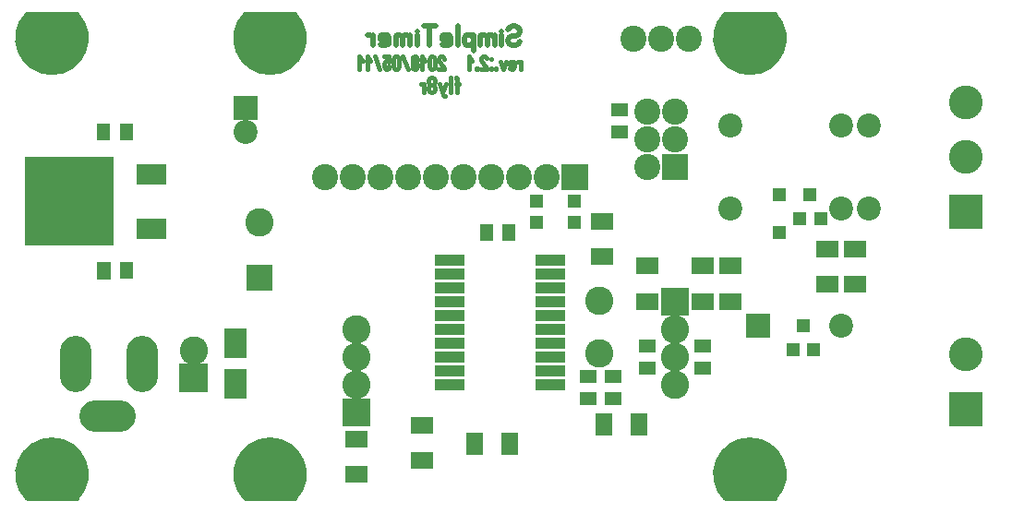
<source format=gbr>
%FSLAX34Y34*%
%MOMM*%
%LNSOLDERMASK_BOTTOM*%
G71*
G01*
%ADD10R, 2.000X2.800*%
%ADD11C, 2.200*%
%ADD12C, 3.100*%
%ADD13C, 2.400*%
%ADD14C, 2.600*%
%ADD15R, 8.200X8.200*%
%ADD16R, 2.800X1.900*%
%ADD17C, 2.800*%
%ADD18C, 2.900*%
%ADD19R, 1.300X1.600*%
%ADD20R, 1.200X1.220*%
%ADD21R, 2.800X1.000*%
%ADD22R, 1.600X1.300*%
%ADD23R, 2.000X1.500*%
%ADD24C, 2.600*%
%ADD25R, 1.500X2.000*%
%ADD26C, 2.400*%
%ADD27R, 1.300X1.300*%
%ADD28C, 2.400*%
%ADD29R, 1.220X1.200*%
%ADD30C, 0.518*%
%ADD31C, 0.438*%
%ADD32C, 0.406*%
%ADD33C, 0.400*%
%LPD*%
X245600Y208850D02*
G54D10*
D03*
X245600Y171850D02*
G54D10*
D03*
X826625Y408875D02*
G54D11*
D03*
X826625Y332675D02*
G54D11*
D03*
X801225Y332675D02*
G54D11*
D03*
X801225Y408875D02*
G54D11*
D03*
X699625Y408875D02*
G54D11*
D03*
X699625Y332675D02*
G54D11*
D03*
G36*
X900025Y133025D02*
X900025Y164025D01*
X931025Y164025D01*
X931025Y133025D01*
X900025Y133025D01*
G37*
X915525Y198525D02*
G54D12*
D03*
G36*
X900025Y314000D02*
X900025Y345000D01*
X931025Y345000D01*
X931025Y314000D01*
X900025Y314000D01*
G37*
X915525Y379500D02*
G54D12*
D03*
X915525Y429500D02*
G54D12*
D03*
G36*
X660825Y358775D02*
X636825Y358775D01*
X636825Y382775D01*
X660825Y382775D01*
X660825Y358775D01*
G37*
X623425Y370775D02*
G54D13*
D03*
X648825Y396175D02*
G54D13*
D03*
X623425Y396175D02*
G54D13*
D03*
X648825Y421575D02*
G54D13*
D03*
X623425Y421575D02*
G54D13*
D03*
G36*
X714025Y235725D02*
X736025Y235725D01*
X736025Y213725D01*
X714025Y213725D01*
X714025Y235725D01*
G37*
X801225Y224725D02*
G54D11*
D03*
G36*
X194500Y164100D02*
X194500Y190100D01*
X220500Y190100D01*
X220500Y164100D01*
X194500Y164100D01*
G37*
X207500Y202100D02*
G54D14*
D03*
X93200Y339025D02*
G54D15*
D03*
X168675Y314025D02*
G54D16*
D03*
X168675Y364025D02*
G54D16*
D03*
X159875Y192975D02*
G54D17*
D03*
X159875Y186625D02*
G54D17*
D03*
X159875Y196150D02*
G54D17*
D03*
X159875Y183450D02*
G54D17*
D03*
X159875Y199325D02*
G54D17*
D03*
X159875Y180275D02*
G54D17*
D03*
X159875Y197737D02*
G54D17*
D03*
X159875Y194562D02*
G54D17*
D03*
X159875Y181862D02*
G54D17*
D03*
X159875Y191387D02*
G54D17*
D03*
X159875Y188212D02*
G54D17*
D03*
X159875Y185037D02*
G54D17*
D03*
X99550Y192975D02*
G54D17*
D03*
X99550Y186625D02*
G54D17*
D03*
X99550Y196150D02*
G54D17*
D03*
X99550Y183450D02*
G54D17*
D03*
X99550Y199325D02*
G54D17*
D03*
X99550Y180275D02*
G54D17*
D03*
X99550Y197737D02*
G54D17*
D03*
X99550Y194562D02*
G54D17*
D03*
X99550Y181862D02*
G54D17*
D03*
X99550Y191387D02*
G54D17*
D03*
X99550Y188212D02*
G54D17*
D03*
X99550Y185037D02*
G54D17*
D03*
X131300Y142175D02*
G54D17*
D03*
X124950Y142175D02*
G54D17*
D03*
X134475Y142175D02*
G54D17*
D03*
X121775Y142175D02*
G54D17*
D03*
X137650Y142175D02*
G54D17*
D03*
X118600Y142175D02*
G54D17*
D03*
X136062Y142175D02*
G54D17*
D03*
X132887Y142175D02*
G54D17*
D03*
X120187Y142175D02*
G54D17*
D03*
X129712Y142175D02*
G54D17*
D03*
X126537Y142175D02*
G54D17*
D03*
X123362Y142175D02*
G54D17*
D03*
G54D18*
X159875Y201300D02*
X159875Y178300D01*
G54D18*
X99550Y201300D02*
X99550Y178300D01*
G54D18*
X139625Y142175D02*
X116625Y142175D01*
G36*
X255825Y257175D02*
X255825Y281175D01*
X279825Y281175D01*
X279825Y257175D01*
X255825Y257175D01*
G37*
X267825Y319975D02*
G54D14*
D03*
G36*
X266125Y435750D02*
X266125Y413750D01*
X244125Y413750D01*
X244125Y435750D01*
X266125Y435750D01*
G37*
X255125Y402525D02*
G54D11*
D03*
G36*
X118450Y283525D02*
X131450Y283525D01*
X131450Y267525D01*
X118450Y267525D01*
X118450Y283525D01*
G37*
X145550Y275525D02*
G54D19*
D03*
X124950Y402525D02*
G54D19*
D03*
X145550Y402525D02*
G54D19*
D03*
X521825Y339025D02*
G54D20*
D03*
X556725Y339025D02*
G54D20*
D03*
X442450Y285050D02*
G54D21*
D03*
X442450Y272350D02*
G54D21*
D03*
X442450Y259650D02*
G54D21*
D03*
X442450Y246950D02*
G54D21*
D03*
X442450Y234250D02*
G54D21*
D03*
X442450Y221550D02*
G54D21*
D03*
X442450Y208850D02*
G54D21*
D03*
X442450Y196150D02*
G54D21*
D03*
X442450Y183450D02*
G54D21*
D03*
X442450Y170750D02*
G54D21*
D03*
X534450Y170750D02*
G54D21*
D03*
X534450Y183450D02*
G54D21*
D03*
X534450Y196150D02*
G54D21*
D03*
X534450Y208850D02*
G54D21*
D03*
X534450Y221550D02*
G54D21*
D03*
X534450Y234250D02*
G54D21*
D03*
X534450Y246950D02*
G54D21*
D03*
X534450Y259650D02*
G54D21*
D03*
X534450Y272350D02*
G54D21*
D03*
X534450Y285050D02*
G54D21*
D03*
X496425Y310450D02*
G54D19*
D03*
X475825Y310450D02*
G54D19*
D03*
X521825Y319975D02*
G54D20*
D03*
X556725Y319975D02*
G54D20*
D03*
X598025Y402525D02*
G54D22*
D03*
X598025Y423125D02*
G54D22*
D03*
G36*
X661825Y259950D02*
X661825Y233950D01*
X635825Y233950D01*
X635825Y259950D01*
X661825Y259950D01*
G37*
X648825Y221550D02*
G54D14*
D03*
X648825Y196150D02*
G54D14*
D03*
X648825Y170750D02*
G54D14*
D03*
G36*
X343725Y132350D02*
X343725Y158350D01*
X369725Y158350D01*
X369725Y132350D01*
X343725Y132350D01*
G37*
X356725Y170750D02*
G54D14*
D03*
X356725Y196150D02*
G54D14*
D03*
X356725Y221550D02*
G54D14*
D03*
X582150Y288225D02*
G54D23*
D03*
X582091Y320804D02*
G54D23*
D03*
X569450Y158050D02*
G54D22*
D03*
X569450Y178650D02*
G54D22*
D03*
X591675Y158050D02*
G54D22*
D03*
X591675Y178650D02*
G54D22*
D03*
X578975Y199325D02*
G54D24*
D03*
X578975Y247725D02*
G54D24*
D03*
X674225Y246950D02*
G54D23*
D03*
X674166Y279529D02*
G54D23*
D03*
X623425Y246950D02*
G54D23*
D03*
X623366Y279529D02*
G54D23*
D03*
X699625Y247144D02*
G54D23*
D03*
X699566Y279723D02*
G54D23*
D03*
X674225Y206628D02*
G54D22*
D03*
X674225Y186028D02*
G54D22*
D03*
X623425Y206628D02*
G54D22*
D03*
X623425Y186027D02*
G54D22*
D03*
X464675Y116775D02*
G54D25*
D03*
X497254Y116834D02*
G54D25*
D03*
X616096Y134456D02*
G54D25*
D03*
X583517Y134397D02*
G54D25*
D03*
X328150Y361250D02*
G54D26*
D03*
X353550Y361250D02*
G54D26*
D03*
X378950Y361250D02*
G54D26*
D03*
X404350Y361250D02*
G54D26*
D03*
X429750Y361250D02*
G54D26*
D03*
X455150Y361250D02*
G54D26*
D03*
X480550Y361250D02*
G54D26*
D03*
X505950Y361250D02*
G54D26*
D03*
X531350Y361250D02*
G54D26*
D03*
G36*
X544750Y373250D02*
X568750Y373250D01*
X568750Y349250D01*
X544750Y349250D01*
X544750Y373250D01*
G37*
X356725Y88200D02*
G54D23*
D03*
X356666Y120779D02*
G54D23*
D03*
X417050Y100900D02*
G54D23*
D03*
X416991Y133479D02*
G54D23*
D03*
X756775Y202500D02*
G54D27*
D03*
X775775Y202500D02*
G54D27*
D03*
X766275Y224700D02*
G54D27*
D03*
X763125Y323150D02*
G54D27*
D03*
X782125Y323150D02*
G54D27*
D03*
X772625Y345350D02*
G54D27*
D03*
X661525Y488250D02*
G54D28*
D03*
X636125Y488250D02*
G54D28*
D03*
X610725Y488250D02*
G54D28*
D03*
X788525Y262825D02*
G54D23*
D03*
X788466Y295404D02*
G54D23*
D03*
X813925Y262825D02*
G54D23*
D03*
X813866Y295404D02*
G54D23*
D03*
X744075Y310450D02*
G54D29*
D03*
X744075Y345350D02*
G54D29*
D03*
G54D30*
X506432Y485275D02*
X505099Y483053D01*
X502432Y481942D01*
X499765Y481942D01*
X497099Y483053D01*
X495765Y485275D01*
X495765Y487497D01*
X497099Y489719D01*
X499765Y490830D01*
X502432Y490830D01*
X505099Y491942D01*
X506432Y494164D01*
X506432Y496386D01*
X505099Y498608D01*
X502432Y499719D01*
X499765Y499719D01*
X497099Y498608D01*
X495765Y496386D01*
G54D30*
X489543Y481942D02*
X489543Y491942D01*
G54D30*
X489543Y495275D02*
X489543Y495275D01*
G54D30*
X483321Y481942D02*
X483321Y491942D01*
G54D30*
X483321Y490164D02*
X480654Y491942D01*
X477988Y491275D01*
X476654Y489719D01*
X476654Y481942D01*
G54D30*
X476654Y490164D02*
X473988Y491942D01*
X471321Y491275D01*
X469988Y489719D01*
X469988Y481942D01*
G54D30*
X463766Y491942D02*
X463766Y477497D01*
G54D30*
X463766Y485275D02*
X462433Y482386D01*
X459766Y481942D01*
X457099Y482386D01*
X455766Y484608D01*
X455766Y489053D01*
X457099Y491275D01*
X459766Y491942D01*
X462433Y491275D01*
X463766Y488608D01*
G54D30*
X449544Y481942D02*
X449544Y499719D01*
G54D30*
X435322Y483053D02*
X437455Y481942D01*
X440122Y481942D01*
X442789Y483053D01*
X443322Y485275D01*
X443322Y489053D01*
X441989Y491275D01*
X439322Y491942D01*
X436655Y491275D01*
X435322Y489719D01*
X435322Y487497D01*
X443322Y487497D01*
G54D30*
X423767Y481942D02*
X423767Y499719D01*
G54D30*
X429100Y499719D02*
X418433Y499719D01*
G54D30*
X412211Y481942D02*
X412211Y491942D01*
G54D30*
X412211Y495275D02*
X412211Y495275D01*
G54D30*
X405989Y481942D02*
X405989Y491942D01*
G54D30*
X405989Y490164D02*
X403322Y491942D01*
X400656Y491275D01*
X399322Y489719D01*
X399322Y481942D01*
G54D30*
X399322Y490164D02*
X396656Y491942D01*
X393989Y491275D01*
X392656Y489719D01*
X392656Y481942D01*
G54D30*
X378434Y483053D02*
X380567Y481942D01*
X383234Y481942D01*
X385901Y483053D01*
X386434Y485275D01*
X386434Y489053D01*
X385101Y491275D01*
X382434Y491942D01*
X379767Y491275D01*
X378434Y489719D01*
X378434Y487497D01*
X386434Y487497D01*
G54D30*
X372212Y481942D02*
X372212Y491942D01*
G54D30*
X372212Y489719D02*
X369545Y491942D01*
X366879Y491942D01*
G54D31*
X449056Y439117D02*
X449056Y451617D01*
X448389Y452450D01*
X447722Y451950D01*
G54D31*
X450389Y446617D02*
X447722Y446617D01*
G54D31*
X443055Y439117D02*
X443055Y452450D01*
G54D31*
X438388Y446617D02*
X435721Y439117D01*
X433055Y446617D01*
G54D31*
X435721Y439117D02*
X436388Y436617D01*
X437055Y435784D01*
X437721Y435784D01*
G54D31*
X425055Y445784D02*
X426388Y445784D01*
X427721Y446617D01*
X428388Y448284D01*
X428388Y449950D01*
X427721Y451617D01*
X426388Y452450D01*
X425055Y452450D01*
X423721Y451617D01*
X423055Y449950D01*
X423055Y448284D01*
X423721Y446617D01*
X425055Y445784D01*
X423721Y444950D01*
X423055Y443284D01*
X423055Y441617D01*
X423721Y439950D01*
X425055Y439117D01*
X426388Y439117D01*
X427721Y439950D01*
X428388Y441617D01*
X428388Y443284D01*
X427721Y444950D01*
X426388Y445784D01*
G54D31*
X418388Y439117D02*
X418388Y446617D01*
G54D31*
X418388Y444950D02*
X417055Y446617D01*
X415721Y446617D01*
G54D32*
X432269Y460604D02*
X436891Y460604D01*
X436891Y461326D01*
X436313Y462771D01*
X432847Y467104D01*
X432269Y468549D01*
X432269Y469993D01*
X432847Y471438D01*
X434002Y472160D01*
X435158Y472160D01*
X436313Y471438D01*
X436891Y469993D01*
G54D32*
X423603Y469993D02*
X423603Y462771D01*
X424181Y461326D01*
X425336Y460604D01*
X426492Y460604D01*
X427647Y461326D01*
X428225Y462771D01*
X428225Y469993D01*
X427647Y471438D01*
X426492Y472160D01*
X425336Y472160D01*
X424181Y471438D01*
X423603Y469993D01*
G54D32*
X419559Y467826D02*
X416670Y472160D01*
X416670Y460604D01*
G54D32*
X409737Y466382D02*
X410893Y466382D01*
X412048Y467104D01*
X412626Y468549D01*
X412626Y469993D01*
X412048Y471438D01*
X410893Y472160D01*
X409737Y472160D01*
X408582Y471438D01*
X408004Y469993D01*
X408004Y468549D01*
X408582Y467104D01*
X409737Y466382D01*
X408582Y465660D01*
X408004Y464215D01*
X408004Y462771D01*
X408582Y461326D01*
X409737Y460604D01*
X410893Y460604D01*
X412048Y461326D01*
X412626Y462771D01*
X412626Y464215D01*
X412048Y465660D01*
X410893Y466382D01*
G54D32*
X403960Y460604D02*
X399338Y472160D01*
G54D32*
X390672Y469993D02*
X390672Y462771D01*
X391250Y461326D01*
X392405Y460604D01*
X393561Y460604D01*
X394716Y461326D01*
X395294Y462771D01*
X395294Y469993D01*
X394716Y471438D01*
X393561Y472160D01*
X392405Y472160D01*
X391250Y471438D01*
X390672Y469993D01*
G54D32*
X382006Y472160D02*
X386628Y472160D01*
X386628Y467104D01*
X386050Y467104D01*
X384895Y467826D01*
X383739Y467826D01*
X382584Y467104D01*
X382006Y465660D01*
X382006Y462771D01*
X382584Y461326D01*
X383739Y460604D01*
X384895Y460604D01*
X386050Y461326D01*
X386628Y462771D01*
G54D32*
X377962Y460604D02*
X373340Y472160D01*
G54D32*
X369296Y467826D02*
X366407Y472160D01*
X366407Y460604D01*
G54D32*
X362363Y467826D02*
X359474Y472160D01*
X359474Y460604D01*
G54D32*
X507426Y460628D02*
X507426Y467128D01*
G54D32*
X507426Y465683D02*
X506271Y467128D01*
X505115Y467128D01*
G54D32*
X497604Y461350D02*
X498529Y460628D01*
X499684Y460628D01*
X500840Y461350D01*
X501071Y462794D01*
X501071Y465250D01*
X500493Y466694D01*
X499338Y467128D01*
X498182Y466694D01*
X497604Y465683D01*
X497604Y464239D01*
X501071Y464239D01*
G54D32*
X493560Y467128D02*
X491249Y460628D01*
X488938Y467128D01*
G54D32*
X484432Y460628D02*
X484894Y460628D01*
X484894Y461205D01*
X484432Y461205D01*
X484432Y460628D01*
X484894Y460628D01*
G54D32*
X480388Y460628D02*
X479926Y460628D01*
X479926Y461205D01*
X480388Y461205D01*
X480388Y460628D01*
G54D32*
X479926Y469294D02*
X480388Y469294D01*
X480388Y469872D01*
X479926Y469872D01*
X479926Y469294D01*
G54D32*
X471260Y460628D02*
X475882Y460628D01*
X475882Y461350D01*
X475304Y462794D01*
X471838Y467128D01*
X471260Y468572D01*
X471260Y470016D01*
X471838Y471461D01*
X472993Y472183D01*
X474149Y472183D01*
X475304Y471461D01*
X475882Y470016D01*
G54D32*
X466754Y460628D02*
X467216Y460628D01*
X467216Y461205D01*
X466754Y461205D01*
X466754Y460628D01*
X467216Y460628D01*
G54D32*
X462710Y467850D02*
X459821Y472183D01*
X459821Y460628D01*
G54D33*
G75*
G01X55002Y511048D02*
G03X99798Y511048I22398J-22398D01*
G01*
G36*
G75*
G01X55002Y511048D02*
G03X99798Y511048I22398J-22398D01*
G01*
G37*
X55002Y511048D01*
G54D33*
G75*
G01X255002Y511048D02*
G03X299798Y511048I22398J-22398D01*
G01*
G36*
G75*
G01X255002Y511048D02*
G03X299798Y511048I22398J-22398D01*
G01*
G37*
X255002Y511048D01*
G54D33*
G75*
G01X695002Y511048D02*
G03X739798Y511048I22398J-22398D01*
G01*
G36*
G75*
G01X695002Y511048D02*
G03X739798Y511048I22398J-22398D01*
G01*
G37*
X695002Y511048D01*
G54D33*
G75*
G01X99798Y66252D02*
G03X55002Y66252I-22398J22398D01*
G01*
G36*
G75*
G01X99798Y66252D02*
G03X55002Y66252I-22398J22398D01*
G01*
G37*
X99798Y66252D01*
G54D33*
G75*
G01X299798Y66252D02*
G03X255002Y66252I-22398J22398D01*
G01*
G36*
G75*
G01X299798Y66252D02*
G03X255002Y66252I-22398J22398D01*
G01*
G37*
X299798Y66252D01*
G54D33*
G75*
G01X739798Y66252D02*
G03X695002Y66252I-22398J22398D01*
G01*
G36*
G75*
G01X739798Y66252D02*
G03X695002Y66252I-22398J22398D01*
G01*
G37*
X739798Y66252D01*
M02*

</source>
